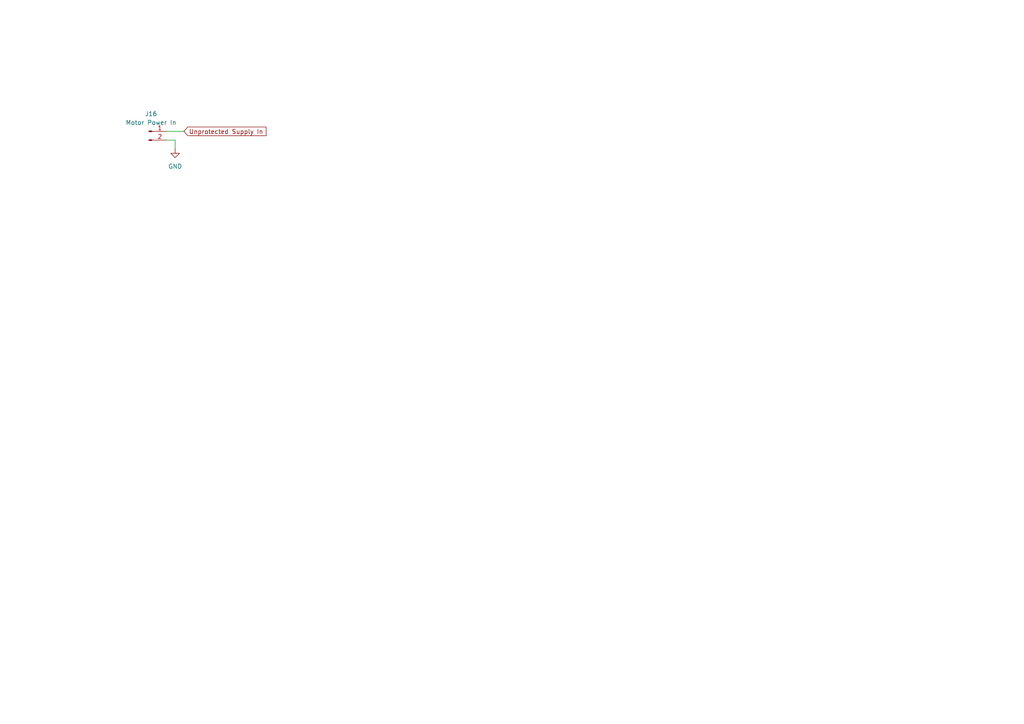
<source format=kicad_sch>
(kicad_sch (version 20231120) (generator "eeschema") (generator_version "8.0")
  (paper "A4")
  (title_block (title "HyperDrive Motor Controller") (rev "Mk. 1") (company "University of Alberta EcoCar Team"))
  (lib_symbols
    (symbol "Connector:Conn_01x02_Pin" (pin_names (offset 1.016) hide)
      (property "Reference" "J" (at 0 2.54 0))
      (property "Value" "Conn_01x02_Pin" (at 0 -5.08 0))
      (symbol "Conn_01x02_Pin_1_1"
        (polyline (pts (xy 1.27 -2.54) (xy 0.8636 -2.54)) (stroke (width 0.1524)))
        (polyline (pts (xy 1.27 0) (xy 0.8636 0)) (stroke (width 0.1524)))
        (rectangle (start 0.8636 -2.413) (end 0 -2.667) (stroke (width 0.1524)) (fill (type outline)))
        (rectangle (start 0.8636 0.127) (end 0 -0.127) (stroke (width 0.1524)) (fill (type outline)))
        (pin passive line (at 5.08 0 180) (length 3.81) (name "Pin_1") (number "1"))
        (pin passive line (at 5.08 -2.54 180) (length 3.81) (name "Pin_2") (number "2"))
      )
    )
    (symbol "power:GND" (power) (pin_numbers hide) (pin_names (offset 0) hide)
      (property "Value" "GND" (at 0 -3.81 0))
      (symbol "GND_0_1"
        (polyline (pts (xy 0 0) (xy 0 -1.27) (xy 1.27 -1.27) (xy 0 -2.54) (xy -1.27 -1.27) (xy 0 -1.27)))
      )
      (symbol "GND_1_1"
        (pin power_in line (at 0 0 270) (length 0) (name "~") (number "1"))
      )
    )
  )
  (wire (pts (xy 50.8 43.18) (xy 50.8 40.64)))
  (wire (pts (xy 48.26 38.1) (xy 53.34 38.1)))
  (wire (pts (xy 50.8 40.64) (xy 48.26 40.64)))
  (global_label "Unprotected Supply In" (shape input) (at 53.34 38.1 0) (property "Intersheetrefs" "${INTERSHEET_REFS}" (effects (hide yes))))
  (symbol (lib_id "Connector:Conn_01x02_Pin") (at 43.18 38.1 0) (unit 1)
    (property "Reference" "J16" (at 43.815 33.02 0))
    (property "Value" "Motor Power In" (at 43.815 35.56 0))
    (property "Description" "Generic connector, single row, 01x02, script generated" (effects (hide yes)))
  )
  (symbol (lib_id "power:GND") (at 50.8 43.18 0) (unit 1)
    (property "Reference" "#PWR0139" (effects (hide yes)))
    (property "Value" "GND" (at 50.8 48.26 0))
    (property "Description" "Power symbol creates a global label with name \"GND\" , ground" (effects (hide yes)))
  )
)
</source>
